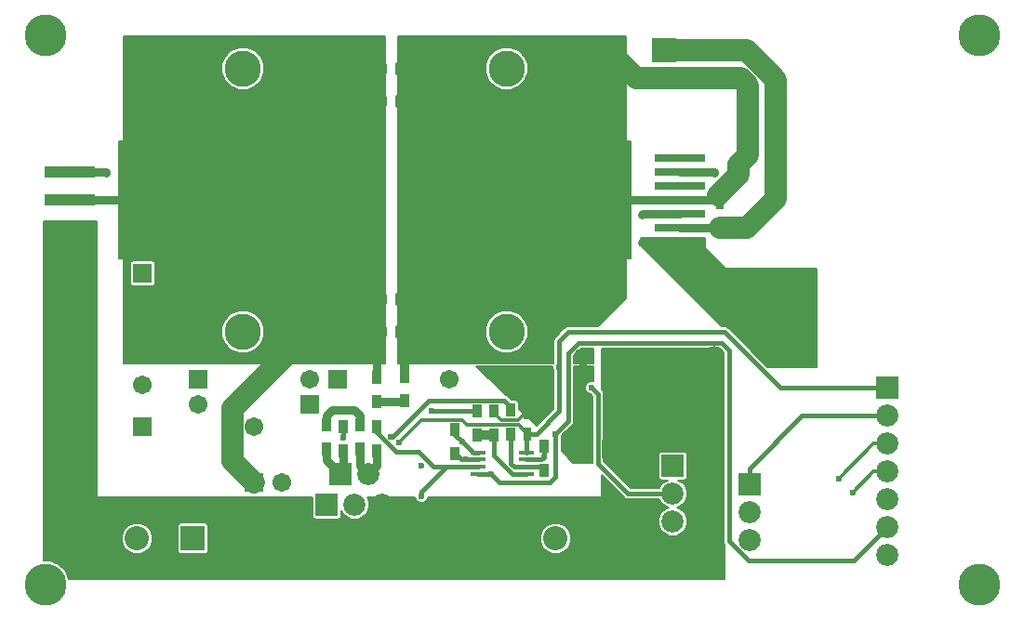
<source format=gbr>
G04 #@! TF.GenerationSoftware,KiCad,Pcbnew,(5.0.0)*
G04 #@! TF.CreationDate,2018-10-21T14:19:47+08:00*
G04 #@! TF.ProjectId,PSU 4CH V1_PCBV2,505355203443482056315F5043425632,rev?*
G04 #@! TF.SameCoordinates,Original*
G04 #@! TF.FileFunction,Copper,L1,Top,Signal*
G04 #@! TF.FilePolarity,Positive*
%FSLAX46Y46*%
G04 Gerber Fmt 4.6, Leading zero omitted, Abs format (unit mm)*
G04 Created by KiCad (PCBNEW (5.0.0)) date 10/21/18 14:19:47*
%MOMM*%
%LPD*%
G01*
G04 APERTURE LIST*
G04 #@! TA.AperFunction,SMDPad,CuDef*
%ADD10R,0.750000X1.200000*%
G04 #@! TD*
G04 #@! TA.AperFunction,ComponentPad*
%ADD11C,1.716000*%
G04 #@! TD*
G04 #@! TA.AperFunction,ComponentPad*
%ADD12R,1.716000X1.716000*%
G04 #@! TD*
G04 #@! TA.AperFunction,ComponentPad*
%ADD13O,3.200000X3.200000*%
G04 #@! TD*
G04 #@! TA.AperFunction,ComponentPad*
%ADD14R,3.200000X3.200000*%
G04 #@! TD*
G04 #@! TA.AperFunction,ComponentPad*
%ADD15R,2.016000X2.016000*%
G04 #@! TD*
G04 #@! TA.AperFunction,ComponentPad*
%ADD16C,2.016000*%
G04 #@! TD*
G04 #@! TA.AperFunction,ComponentPad*
%ADD17C,2.216000*%
G04 #@! TD*
G04 #@! TA.AperFunction,ComponentPad*
%ADD18R,2.216000X2.216000*%
G04 #@! TD*
G04 #@! TA.AperFunction,ComponentPad*
%ADD19C,1.962000*%
G04 #@! TD*
G04 #@! TA.AperFunction,ComponentPad*
%ADD20R,1.962000X1.962000*%
G04 #@! TD*
G04 #@! TA.AperFunction,SMDPad,CuDef*
%ADD21R,0.900000X1.200000*%
G04 #@! TD*
G04 #@! TA.AperFunction,SMDPad,CuDef*
%ADD22R,1.450000X0.450000*%
G04 #@! TD*
G04 #@! TA.AperFunction,SMDPad,CuDef*
%ADD23R,4.550000X5.250000*%
G04 #@! TD*
G04 #@! TA.AperFunction,SMDPad,CuDef*
%ADD24R,9.400000X10.800000*%
G04 #@! TD*
G04 #@! TA.AperFunction,SMDPad,CuDef*
%ADD25R,4.600000X0.800000*%
G04 #@! TD*
G04 #@! TA.AperFunction,SMDPad,CuDef*
%ADD26R,4.600000X1.100000*%
G04 #@! TD*
G04 #@! TA.AperFunction,ComponentPad*
%ADD27C,3.800000*%
G04 #@! TD*
G04 #@! TA.AperFunction,ViaPad*
%ADD28C,3.300000*%
G04 #@! TD*
G04 #@! TA.AperFunction,ViaPad*
%ADD29C,2.300000*%
G04 #@! TD*
G04 #@! TA.AperFunction,ViaPad*
%ADD30C,0.600000*%
G04 #@! TD*
G04 #@! TA.AperFunction,Conductor*
%ADD31C,0.736600*%
G04 #@! TD*
G04 #@! TA.AperFunction,Conductor*
%ADD32C,0.863600*%
G04 #@! TD*
G04 #@! TA.AperFunction,Conductor*
%ADD33C,2.032000*%
G04 #@! TD*
G04 #@! TA.AperFunction,Conductor*
%ADD34C,0.304800*%
G04 #@! TD*
G04 #@! TA.AperFunction,Conductor*
%ADD35C,0.431800*%
G04 #@! TD*
G04 #@! TA.AperFunction,Conductor*
%ADD36C,0.200000*%
G04 #@! TD*
G04 APERTURE END LIST*
D10*
G04 #@! TO.P,C2,2*
G04 #@! TO.N,GND*
X153924000Y-119380000D03*
G04 #@! TO.P,C2,1*
G04 #@! TO.N,+5V*
X153924000Y-121280000D03*
G04 #@! TD*
G04 #@! TO.P,C8,2*
G04 #@! TO.N,GND*
X171450000Y-100269000D03*
G04 #@! TO.P,C8,1*
G04 #@! TO.N,/Input-V+*
X171450000Y-102169000D03*
G04 #@! TD*
D11*
G04 #@! TO.P,C9,2*
G04 #@! TO.N,GND*
X173990000Y-95885000D03*
D12*
G04 #@! TO.P,C9,1*
G04 #@! TO.N,/Input-V+*
X176530000Y-95885000D03*
G04 #@! TD*
G04 #@! TO.P,C10,1*
G04 #@! TO.N,/Input-V+*
X173355000Y-86360000D03*
D11*
G04 #@! TO.P,C10,2*
G04 #@! TO.N,GND*
X173355000Y-88900000D03*
G04 #@! TD*
G04 #@! TO.P,C12,2*
G04 #@! TO.N,GND*
X159004000Y-114300000D03*
D12*
G04 #@! TO.P,C12,1*
G04 #@! TO.N,/Output-Buck*
X161544000Y-114300000D03*
G04 #@! TD*
G04 #@! TO.P,C13,1*
G04 #@! TO.N,/Output-Buck*
X161544000Y-122682000D03*
D11*
G04 #@! TO.P,C13,2*
G04 #@! TO.N,GND*
X159004000Y-122682000D03*
G04 #@! TD*
G04 #@! TO.P,C15,2*
G04 #@! TO.N,GND*
X131572000Y-125730000D03*
D12*
G04 #@! TO.P,C15,1*
G04 #@! TO.N,/Output-Linear*
X129032000Y-125730000D03*
G04 #@! TD*
D11*
G04 #@! TO.P,D1,2*
G04 #@! TO.N,Net-(D1-Pad2)*
X146812000Y-116332000D03*
D12*
G04 #@! TO.P,D1,1*
G04 #@! TO.N,Net-(D1-Pad1)*
X136652520Y-116334540D03*
G04 #@! TD*
G04 #@! TO.P,D2,1*
G04 #@! TO.N,Net-(D2-Pad1)*
X123952520Y-116329460D03*
D11*
G04 #@! TO.P,D2,2*
G04 #@! TO.N,Net-(D1-Pad1)*
X134112000Y-116332000D03*
G04 #@! TD*
G04 #@! TO.P,D3,2*
G04 #@! TO.N,Net-(D2-Pad1)*
X123952000Y-118618000D03*
D12*
G04 #@! TO.P,D3,1*
G04 #@! TO.N,Net-(D3-Pad1)*
X134111480Y-118620540D03*
G04 #@! TD*
D11*
G04 #@! TO.P,D4,2*
G04 #@! TO.N,Net-(D3-Pad1)*
X129032000Y-120650000D03*
D12*
G04 #@! TO.P,D4,1*
G04 #@! TO.N,Net-(D4-Pad1)*
X118872520Y-120647460D03*
G04 #@! TD*
G04 #@! TO.P,D5,1*
G04 #@! TO.N,Net-(D5-Pad1)*
X118869460Y-106680520D03*
D11*
G04 #@! TO.P,D5,2*
G04 #@! TO.N,Net-(D4-Pad1)*
X118872000Y-116840000D03*
G04 #@! TD*
D13*
G04 #@! TO.P,D6,2*
G04 #@! TO.N,GND*
X158562000Y-107950000D03*
D14*
G04 #@! TO.P,D6,1*
G04 #@! TO.N,Net-(C11-Pad1)*
X178562000Y-107950000D03*
G04 #@! TD*
D15*
G04 #@! TO.P,DAC1,1*
G04 #@! TO.N,+3V3*
X167132000Y-124206000D03*
D16*
G04 #@! TO.P,DAC1,2*
G04 #@! TO.N,/DAC_BUCK*
X167132000Y-126746000D03*
G04 #@! TO.P,DAC1,3*
G04 #@! TO.N,GND*
X167132000Y-129286000D03*
G04 #@! TD*
G04 #@! TO.P,DAC2,3*
G04 #@! TO.N,GND*
X174117000Y-130937000D03*
G04 #@! TO.P,DAC2,2*
G04 #@! TO.N,/DAC_LINEAR*
X174117000Y-128397000D03*
D15*
G04 #@! TO.P,DAC2,1*
G04 #@! TO.N,+3V3*
X174117000Y-125857000D03*
G04 #@! TD*
D16*
G04 #@! TO.P,J1,7*
G04 #@! TO.N,-2V8*
X186690000Y-132334000D03*
G04 #@! TO.P,J1,6*
G04 #@! TO.N,-0V5*
X186690000Y-129794000D03*
G04 #@! TO.P,J1,5*
G04 #@! TO.N,GND*
X186690000Y-127254000D03*
G04 #@! TO.P,J1,4*
G04 #@! TO.N,/I-ADC*
X186690000Y-124714000D03*
G04 #@! TO.P,J1,3*
G04 #@! TO.N,/V-ADC*
X186690000Y-122174000D03*
G04 #@! TO.P,J1,2*
G04 #@! TO.N,+3V3*
X186690000Y-119634000D03*
D15*
G04 #@! TO.P,J1,1*
G04 #@! TO.N,+5V*
X186690000Y-117094000D03*
G04 #@! TD*
D17*
G04 #@! TO.P,J2,2*
G04 #@! TO.N,/Output-GND*
X118364000Y-130810000D03*
D18*
G04 #@! TO.P,J2,1*
G04 #@! TO.N,/Output-Linear*
X123444000Y-130810000D03*
G04 #@! TD*
D16*
G04 #@! TO.P,J3,2*
G04 #@! TO.N,/Vfb-*
X139446000Y-124968000D03*
D15*
G04 #@! TO.P,J3,1*
G04 #@! TO.N,/Vfb+*
X136906000Y-124968000D03*
G04 #@! TD*
D18*
G04 #@! TO.P,J4,1*
G04 #@! TO.N,/Output-Buck*
X161544000Y-130810000D03*
D17*
G04 #@! TO.P,J4,2*
G04 #@! TO.N,/Output-GND*
X156464000Y-130810000D03*
G04 #@! TD*
D16*
G04 #@! TO.P,J5,3*
G04 #@! TO.N,/Output-Buck*
X140716000Y-127762000D03*
G04 #@! TO.P,J5,2*
G04 #@! TO.N,Net-(J5-Pad2)*
X138176000Y-127762000D03*
D15*
G04 #@! TO.P,J5,1*
G04 #@! TO.N,/Output-Linear*
X135636000Y-127762000D03*
G04 #@! TD*
D17*
G04 #@! TO.P,J6,2*
G04 #@! TO.N,GND*
X161290000Y-86360000D03*
D18*
G04 #@! TO.P,J6,1*
G04 #@! TO.N,/Input-V+*
X166370000Y-86360000D03*
G04 #@! TD*
D19*
G04 #@! TO.P,L1,2*
G04 #@! TO.N,/Output-Buck*
X170942000Y-114300000D03*
D20*
G04 #@! TO.P,L1,1*
G04 #@! TO.N,Net-(C11-Pad1)*
X178562000Y-114300000D03*
G04 #@! TD*
D21*
G04 #@! TO.P,R4,1*
G04 #@! TO.N,Net-(J5-Pad2)*
X137160000Y-120650000D03*
G04 #@! TO.P,R4,2*
G04 #@! TO.N,/Vfb+*
X137160000Y-122850000D03*
G04 #@! TD*
G04 #@! TO.P,R5,1*
G04 #@! TO.N,/Vfb+*
X135636000Y-122682000D03*
G04 #@! TO.P,R5,2*
G04 #@! TO.N,Net-(R5-Pad2)*
X135636000Y-120482000D03*
G04 #@! TD*
G04 #@! TO.P,R6,1*
G04 #@! TO.N,Net-(R5-Pad2)*
X138684000Y-120482000D03*
G04 #@! TO.P,R6,2*
G04 #@! TO.N,/Vfb-*
X138684000Y-122682000D03*
G04 #@! TD*
G04 #@! TO.P,R7,2*
G04 #@! TO.N,/Output-GND*
X140208000Y-120650000D03*
G04 #@! TO.P,R7,1*
G04 #@! TO.N,/Vfb-*
X140208000Y-122850000D03*
G04 #@! TD*
G04 #@! TO.P,R8,1*
G04 #@! TO.N,Net-(R8-Pad1)*
X149352000Y-121412000D03*
G04 #@! TO.P,R8,2*
G04 #@! TO.N,Net-(R8-Pad2)*
X149352000Y-119212000D03*
G04 #@! TD*
G04 #@! TO.P,R9,2*
G04 #@! TO.N,GND*
X150876000Y-119212000D03*
G04 #@! TO.P,R9,1*
G04 #@! TO.N,Net-(R8-Pad1)*
X150876000Y-121412000D03*
G04 #@! TD*
G04 #@! TO.P,R10,2*
G04 #@! TO.N,Net-(R10-Pad2)*
X152400000Y-119126000D03*
G04 #@! TO.P,R10,1*
G04 #@! TO.N,Net-(R10-Pad1)*
X152400000Y-121326000D03*
G04 #@! TD*
G04 #@! TO.P,R11,2*
G04 #@! TO.N,Net-(R10-Pad1)*
X155384500Y-124607500D03*
G04 #@! TO.P,R11,1*
G04 #@! TO.N,/V-ADC*
X155384500Y-122407500D03*
G04 #@! TD*
G04 #@! TO.P,R14,2*
G04 #@! TO.N,Net-(R14-Pad2)*
X147320000Y-123104000D03*
G04 #@! TO.P,R14,1*
G04 #@! TO.N,/I-ADC*
X147320000Y-120904000D03*
G04 #@! TD*
G04 #@! TO.P,R16,2*
G04 #@! TO.N,Net-(R16-Pad2)*
X140208000Y-118364000D03*
G04 #@! TO.P,R16,1*
G04 #@! TO.N,/Output-Linear*
X140208000Y-116164000D03*
G04 #@! TD*
G04 #@! TO.P,R17,1*
G04 #@! TO.N,Net-(R16-Pad2)*
X142748000Y-118278000D03*
G04 #@! TO.P,R17,2*
G04 #@! TO.N,GND*
X142748000Y-116078000D03*
G04 #@! TD*
D22*
G04 #@! TO.P,U2,8*
G04 #@! TO.N,+5V*
X153838000Y-122977000D03*
G04 #@! TO.P,U2,7*
G04 #@! TO.N,/V-ADC*
X153838000Y-123627000D03*
G04 #@! TO.P,U2,6*
G04 #@! TO.N,Net-(R10-Pad1)*
X153838000Y-124277000D03*
G04 #@! TO.P,U2,5*
G04 #@! TO.N,Net-(R8-Pad1)*
X153838000Y-124927000D03*
G04 #@! TO.P,U2,4*
G04 #@! TO.N,-0V5*
X149438000Y-124927000D03*
G04 #@! TO.P,U2,3*
G04 #@! TO.N,/Output-GND*
X149438000Y-124277000D03*
G04 #@! TO.P,U2,2*
G04 #@! TO.N,Net-(R14-Pad2)*
X149438000Y-123627000D03*
G04 #@! TO.P,U2,1*
G04 #@! TO.N,/I-ADC*
X149438000Y-122977000D03*
G04 #@! TD*
D23*
G04 #@! TO.P,U4,4*
G04 #@! TO.N,GND*
X161050000Y-97225000D03*
X156200000Y-102775000D03*
X161050000Y-102775000D03*
X156200000Y-97225000D03*
D24*
X158625000Y-100000000D03*
D25*
G04 #@! TO.P,U4,7*
G04 #@! TO.N,Net-(U4-Pad7)*
X167775000Y-96190000D03*
G04 #@! TO.P,U4,6*
G04 #@! TO.N,/Vfb-Buck*
X167775000Y-97460000D03*
G04 #@! TO.P,U4,5*
G04 #@! TO.N,N/C*
X167775000Y-98730000D03*
G04 #@! TO.P,U4,4*
G04 #@! TO.N,GND*
X167775000Y-100000000D03*
G04 #@! TO.P,U4,3*
G04 #@! TO.N,Net-(C11-Pad2)*
X167775000Y-101270000D03*
G04 #@! TO.P,U4,2*
G04 #@! TO.N,/Input-V+*
X167775000Y-102540000D03*
G04 #@! TO.P,U4,1*
G04 #@! TO.N,Net-(C11-Pad1)*
X167775000Y-103810000D03*
G04 #@! TD*
D23*
G04 #@! TO.P,U5,2*
G04 #@! TO.N,/Output-Linear*
X118950000Y-102775000D03*
X123800000Y-97225000D03*
X118950000Y-97225000D03*
X123800000Y-102775000D03*
D24*
X121375000Y-100000000D03*
D26*
G04 #@! TO.P,U5,3*
G04 #@! TO.N,/Output-Buck*
X112225000Y-102540000D03*
G04 #@! TO.P,U5,2*
G04 #@! TO.N,/Output-Linear*
X112225000Y-100000000D03*
G04 #@! TO.P,U5,1*
G04 #@! TO.N,/Vfb-Linear*
X112225000Y-97460000D03*
G04 #@! TD*
D27*
G04 #@! TO.P,REF\002A\002A,1*
G04 #@! TO.N,N/C*
X110000000Y-135000000D03*
G04 #@! TD*
G04 #@! TO.P,REF\002A\002A,1*
G04 #@! TO.N,N/C*
X195000000Y-135000000D03*
G04 #@! TD*
G04 #@! TO.P,REF\002A\002A,1*
G04 #@! TO.N,N/C*
X195000000Y-85000000D03*
G04 #@! TD*
G04 #@! TO.P,REF\002A\002A,1*
G04 #@! TO.N,N/C*
X110000000Y-85000000D03*
G04 #@! TD*
D28*
G04 #@! TO.N,*
X152000000Y-88000000D03*
X152000000Y-112000000D03*
X128000000Y-112000000D03*
X128000000Y-88000000D03*
D29*
G04 #@! TO.N,GND*
X143000000Y-112000000D03*
X146000000Y-112000000D03*
X149000000Y-109000000D03*
X146000000Y-109000000D03*
X146000000Y-106000000D03*
X149000000Y-106000000D03*
X152000000Y-106000000D03*
X152000000Y-103000000D03*
X152000000Y-100000000D03*
X149000000Y-100000000D03*
X149000000Y-103000000D03*
X149000000Y-97000000D03*
X152000000Y-97000000D03*
X152000000Y-94000000D03*
X149000000Y-94000000D03*
X149000000Y-91000000D03*
X146000000Y-91000000D03*
X146000000Y-88000000D03*
X143000000Y-88000000D03*
X143000000Y-91000000D03*
X143000000Y-109000000D03*
X146000000Y-94000000D03*
D30*
X144272000Y-124206000D03*
X154813000Y-119761000D03*
G04 #@! TO.N,+5V*
X156804000Y-115189000D03*
X142240000Y-122047000D03*
G04 #@! TO.N,-0V5*
X150622000Y-124968000D03*
X156464000Y-121285000D03*
G04 #@! TO.N,Net-(C11-Pad2)*
X164338000Y-101346000D03*
G04 #@! TO.N,Net-(C11-Pad1)*
X164338000Y-103886000D03*
D29*
G04 #@! TO.N,/Output-Linear*
X140000000Y-88000000D03*
X137000000Y-112000000D03*
X140000000Y-112000000D03*
X140000000Y-91000000D03*
X137000000Y-91000000D03*
X134000000Y-91000000D03*
X134000000Y-88000000D03*
X137000000Y-88000000D03*
X131000000Y-91000000D03*
X128000000Y-94000000D03*
X131000000Y-94000000D03*
X134000000Y-94000000D03*
X131000000Y-97000000D03*
X128000000Y-97000000D03*
X128000000Y-100000000D03*
X128000000Y-103000000D03*
X128000000Y-106000000D03*
X131000000Y-106000000D03*
X131000000Y-103000000D03*
X131000000Y-100000000D03*
X131000000Y-109000000D03*
X134000000Y-112000000D03*
X134000000Y-109000000D03*
X134000000Y-106000000D03*
X137000000Y-109000000D03*
X140000000Y-109000000D03*
D30*
X115570000Y-100000000D03*
G04 #@! TO.N,/DAC_BUCK*
X159766000Y-117094000D03*
G04 #@! TO.N,/I-ADC*
X147955000Y-121994000D03*
X183515000Y-126619000D03*
G04 #@! TO.N,/V-ADC*
X155384500Y-123439300D03*
X182245000Y-125349000D03*
G04 #@! TO.N,Net-(J5-Pad2)*
X137160000Y-121666000D03*
G04 #@! TO.N,/Vfb-Linear*
X115570000Y-97536000D03*
G04 #@! TO.N,Net-(R5-Pad2)*
X138176000Y-119126000D03*
G04 #@! TO.N,Net-(R8-Pad2)*
X145202000Y-119212000D03*
G04 #@! TO.N,Net-(R10-Pad2)*
X141478000Y-121539000D03*
G04 #@! TO.N,Net-(R14-Pad2)*
X148259800Y-123621800D03*
G04 #@! TO.N,Net-(R16-Pad2)*
X141478000Y-118364000D03*
G04 #@! TO.N,/Vfb-Buck*
X170942000Y-97536000D03*
G04 #@! TO.N,/Output-GND*
X144272000Y-126974600D03*
G04 #@! TD*
D31*
G04 #@! TO.N,GND*
X164738400Y-100000000D02*
X158625000Y-100000000D01*
X167775000Y-100000000D02*
X164738400Y-100000000D01*
D32*
X142748000Y-112252000D02*
X143000000Y-112000000D01*
X142748000Y-116078000D02*
X142748000Y-112252000D01*
D33*
X173990000Y-89535000D02*
X173355000Y-88900000D01*
X173990000Y-95885000D02*
X173990000Y-89535000D01*
X163830000Y-88900000D02*
X161290000Y-86360000D01*
X173355000Y-88900000D02*
X163830000Y-88900000D01*
D31*
X167775000Y-100000000D02*
X171218001Y-99955599D01*
X171218001Y-99955599D02*
X170800000Y-100000000D01*
D33*
X173132001Y-97667999D02*
X171218001Y-99581999D01*
X173132001Y-96742999D02*
X173132001Y-97667999D01*
X173990000Y-95885000D02*
X173132001Y-96742999D01*
D34*
X151519401Y-120005401D02*
X153073521Y-120005401D01*
X150876000Y-119212000D02*
X150876000Y-119362000D01*
X150876000Y-119362000D02*
X151519401Y-120005401D01*
X153698922Y-119380000D02*
X153924000Y-119380000D01*
X153073521Y-120005401D02*
X153698922Y-119380000D01*
X153924000Y-119380000D02*
X154432000Y-119380000D01*
X154432000Y-119380000D02*
X154813000Y-119761000D01*
D35*
G04 #@! TO.N,+5V*
X153838000Y-121366000D02*
X153924000Y-121280000D01*
X153838000Y-122977000D02*
X153838000Y-121366000D01*
X154730800Y-121280000D02*
X153924000Y-121280000D01*
X156804000Y-119206800D02*
X154730800Y-121280000D01*
X156804000Y-115189000D02*
X156804000Y-119206800D01*
X176911000Y-117094000D02*
X186690000Y-117094000D01*
X171831000Y-112014000D02*
X176911000Y-117094000D01*
X157607000Y-112014000D02*
X171831000Y-112014000D01*
X156804000Y-115189000D02*
X156804000Y-112817000D01*
X156804000Y-112817000D02*
X157607000Y-112014000D01*
D34*
X144262401Y-120024599D02*
X142240000Y-122047000D01*
X147993521Y-120024599D02*
X144262401Y-120024599D01*
X148415521Y-120446599D02*
X147993521Y-120024599D01*
X153090599Y-120446599D02*
X148415521Y-120446599D01*
X153924000Y-121280000D02*
X153090599Y-120446599D01*
D35*
G04 #@! TO.N,-0V5*
X149438000Y-124927000D02*
X150581000Y-124927000D01*
X150581000Y-124927000D02*
X150622000Y-124968000D01*
X150921999Y-125267999D02*
X150622000Y-124968000D01*
X151384000Y-125730000D02*
X150921999Y-125267999D01*
X155929222Y-125730000D02*
X151384000Y-125730000D01*
X156464000Y-121285000D02*
X156464000Y-125195222D01*
X156464000Y-125195222D02*
X155929222Y-125730000D01*
D34*
X186690000Y-129794000D02*
X184259599Y-132224401D01*
D35*
X186690000Y-129794000D02*
X183642000Y-132842000D01*
X183642000Y-132842000D02*
X174022666Y-132842000D01*
X172265901Y-130977433D02*
X172265901Y-113919000D01*
X172265901Y-115369901D02*
X172265901Y-113919000D01*
X172265901Y-113919000D02*
X172265901Y-113664527D01*
X157607000Y-120142000D02*
X156464000Y-121285000D01*
X172265901Y-113664527D02*
X171577473Y-112976099D01*
X171577473Y-112976099D02*
X158550567Y-112976099D01*
X158550567Y-112976099D02*
X157607000Y-113919666D01*
X157607000Y-113919666D02*
X157607000Y-120142000D01*
X172265901Y-131085235D02*
X174022666Y-132842000D01*
X172265901Y-130683000D02*
X172265901Y-131085235D01*
X172265901Y-130683000D02*
X172265901Y-113664527D01*
X172265901Y-130977433D02*
X172265901Y-130683000D01*
D33*
G04 #@! TO.N,/Input-V+*
X166370000Y-86360000D02*
X173355000Y-86360000D01*
X176530000Y-92995000D02*
X176530000Y-95885000D01*
X176530000Y-89021699D02*
X176530000Y-92995000D01*
X173868301Y-86360000D02*
X176530000Y-89021699D01*
X173355000Y-86360000D02*
X173868301Y-86360000D01*
D31*
X171440000Y-102540000D02*
X171450000Y-102550000D01*
X167775000Y-102540000D02*
X171440000Y-102540000D01*
D33*
X176530000Y-98775000D02*
X176530000Y-95885000D01*
X176530000Y-99877000D02*
X176530000Y-98775000D01*
X173857000Y-102550000D02*
X176530000Y-99877000D01*
X171450000Y-102550000D02*
X173857000Y-102550000D01*
D31*
G04 #@! TO.N,Net-(C11-Pad2)*
X164414000Y-101270000D02*
X164338000Y-101346000D01*
X167775000Y-101270000D02*
X164414000Y-101270000D01*
G04 #@! TO.N,Net-(C11-Pad1)*
X167775000Y-103810000D02*
X164414000Y-103810000D01*
X164414000Y-103810000D02*
X164338000Y-103886000D01*
G04 #@! TO.N,/Output-Linear*
X112225000Y-100000000D02*
X115570000Y-100000000D01*
X115570000Y-100000000D02*
X121375000Y-100000000D01*
X140208000Y-112208000D02*
X140000000Y-112000000D01*
X140208000Y-116164000D02*
X140208000Y-112208000D01*
D33*
X132850001Y-113149999D02*
X134000000Y-112000000D01*
X127030999Y-118969001D02*
X132850001Y-113149999D01*
X127030999Y-123728999D02*
X127030999Y-118969001D01*
X129032000Y-125730000D02*
X127030999Y-123728999D01*
D35*
G04 #@! TO.N,/DAC_BUCK*
X160343099Y-117671099D02*
X160343099Y-124021099D01*
X159766000Y-117094000D02*
X160343099Y-117671099D01*
X163068000Y-126746000D02*
X167132000Y-126746000D01*
X160343099Y-124021099D02*
X163068000Y-126746000D01*
G04 #@! TO.N,/I-ADC*
X149438000Y-122977000D02*
X149393000Y-122977000D01*
X147320000Y-121359000D02*
X147320000Y-120904000D01*
X149438000Y-122977000D02*
X148938000Y-122977000D01*
X147955000Y-121994000D02*
X147320000Y-121359000D01*
X148938000Y-122977000D02*
X147955000Y-121994000D01*
D34*
X185420000Y-124714000D02*
X186690000Y-124714000D01*
X183515000Y-126619000D02*
X185420000Y-124714000D01*
D35*
G04 #@! TO.N,/V-ADC*
X155384500Y-123439300D02*
X155384500Y-122407500D01*
X155196800Y-123627000D02*
X155384500Y-123439300D01*
X153838000Y-123627000D02*
X155196800Y-123627000D01*
D34*
X185420000Y-122174000D02*
X186690000Y-122174000D01*
X182245000Y-125349000D02*
X185420000Y-122174000D01*
D31*
G04 #@! TO.N,/Vfb-*
X138684000Y-124206000D02*
X139446000Y-124968000D01*
X138684000Y-122682000D02*
X138684000Y-124206000D01*
X140208000Y-124206000D02*
X139446000Y-124968000D01*
X140208000Y-122850000D02*
X140208000Y-124206000D01*
G04 #@! TO.N,/Vfb+*
X135636000Y-123698000D02*
X136906000Y-124968000D01*
X135636000Y-122682000D02*
X135636000Y-123698000D01*
X137160000Y-124714000D02*
X136906000Y-124968000D01*
X137160000Y-122850000D02*
X137160000Y-124714000D01*
D35*
G04 #@! TO.N,Net-(J5-Pad2)*
X137160000Y-120650000D02*
X137160000Y-121666000D01*
D31*
G04 #@! TO.N,/Vfb-Linear*
X115494000Y-97460000D02*
X115570000Y-97536000D01*
X112225000Y-97460000D02*
X115494000Y-97460000D01*
G04 #@! TO.N,Net-(R5-Pad2)*
X138684000Y-120482000D02*
X138684000Y-119634000D01*
X135636000Y-119634000D02*
X136144000Y-119126000D01*
X135636000Y-120482000D02*
X135636000Y-120332000D01*
X135636000Y-120332000D02*
X135636000Y-119634000D01*
X138176000Y-119126000D02*
X136144000Y-119126000D01*
X138684000Y-119634000D02*
X138176000Y-119126000D01*
D35*
G04 #@! TO.N,Net-(R8-Pad2)*
X149352000Y-119212000D02*
X145202000Y-119212000D01*
G04 #@! TO.N,Net-(R8-Pad1)*
X152681200Y-124927000D02*
X153838000Y-124927000D01*
X152540924Y-124927000D02*
X152681200Y-124927000D01*
X150876000Y-122443800D02*
X150876000Y-123262076D01*
X150876000Y-121412000D02*
X150876000Y-122443800D01*
X150876000Y-123262076D02*
X152540924Y-124927000D01*
D32*
X149352000Y-121412000D02*
X150876000Y-121412000D01*
D35*
G04 #@! TO.N,Net-(R10-Pad1)*
X155054000Y-124277000D02*
X155384500Y-124607500D01*
X153838000Y-124277000D02*
X155054000Y-124277000D01*
X152681200Y-124277000D02*
X153838000Y-124277000D01*
X152400000Y-123995800D02*
X152681200Y-124277000D01*
X152400000Y-121326000D02*
X152400000Y-123995800D01*
G04 #@! TO.N,Net-(R10-Pad2)*
X152400000Y-119126000D02*
X152400000Y-118976000D01*
X152400000Y-118976000D02*
X152400000Y-118872000D01*
X152400000Y-118872000D02*
X151797099Y-118269099D01*
X144874901Y-118269099D02*
X141605000Y-121539000D01*
X145288000Y-118269099D02*
X144874901Y-118269099D01*
X151797099Y-118269099D02*
X145288000Y-118269099D01*
G04 #@! TO.N,Net-(R14-Pad2)*
X147843000Y-123627000D02*
X147320000Y-123104000D01*
X148336000Y-123627000D02*
X147843000Y-123627000D01*
X149438000Y-123627000D02*
X148336000Y-123627000D01*
D31*
G04 #@! TO.N,Net-(R16-Pad2)*
X142662000Y-118364000D02*
X142748000Y-118278000D01*
X141478000Y-118364000D02*
X142662000Y-118364000D01*
X140208000Y-118364000D02*
X141478000Y-118364000D01*
G04 #@! TO.N,/Vfb-Buck*
X170866000Y-97460000D02*
X170942000Y-97536000D01*
X167775000Y-97460000D02*
X170866000Y-97460000D01*
D35*
G04 #@! TO.N,/Output-GND*
X149438000Y-124277000D02*
X146537800Y-124277000D01*
X146537800Y-124277000D02*
X144272000Y-126542800D01*
X144272000Y-126542800D02*
X144272000Y-126974600D01*
X140208000Y-121182778D02*
X141961222Y-122936000D01*
X140208000Y-120650000D02*
X140208000Y-121182778D01*
X145294494Y-124277000D02*
X146537800Y-124277000D01*
X143953494Y-122936000D02*
X145294494Y-124277000D01*
X141961222Y-122936000D02*
X143953494Y-122936000D01*
G04 #@! TO.N,+3V3*
X174117000Y-124417200D02*
X178900200Y-119634000D01*
X174117000Y-125857000D02*
X174117000Y-124417200D01*
X178900200Y-119634000D02*
X186690000Y-119634000D01*
G04 #@! TD*
D36*
G04 #@! TO.N,Net-(C11-Pad1)*
G36*
X170080000Y-104394000D02*
X170087612Y-104432268D01*
X170109289Y-104464711D01*
X171887289Y-106242711D01*
X171919732Y-106264388D01*
X171958000Y-106272000D01*
X180240000Y-106272000D01*
X180240000Y-115216000D01*
X175762593Y-115216000D01*
X172231726Y-111685134D01*
X172202943Y-111642057D01*
X172032294Y-111528033D01*
X171881811Y-111498100D01*
X171881806Y-111498100D01*
X171831000Y-111487994D01*
X171780194Y-111498100D01*
X171583522Y-111498100D01*
X164184000Y-104098578D01*
X164184000Y-103478000D01*
X170080000Y-103478000D01*
X170080000Y-104394000D01*
X170080000Y-104394000D01*
G37*
X170080000Y-104394000D02*
X170087612Y-104432268D01*
X170109289Y-104464711D01*
X171887289Y-106242711D01*
X171919732Y-106264388D01*
X171958000Y-106272000D01*
X180240000Y-106272000D01*
X180240000Y-115216000D01*
X175762593Y-115216000D01*
X172231726Y-111685134D01*
X172202943Y-111642057D01*
X172032294Y-111528033D01*
X171881811Y-111498100D01*
X171881806Y-111498100D01*
X171831000Y-111487994D01*
X171780194Y-111498100D01*
X171583522Y-111498100D01*
X164184000Y-104098578D01*
X164184000Y-103478000D01*
X170080000Y-103478000D01*
X170080000Y-104394000D01*
G04 #@! TO.N,/Output-Buck*
G36*
X171750001Y-113878220D02*
X171750001Y-113969810D01*
X171750002Y-113969815D01*
X171750001Y-115420711D01*
X171750002Y-115420716D01*
X171750001Y-130632189D01*
X171750001Y-131034429D01*
X171739895Y-131085235D01*
X171750001Y-131136041D01*
X171750001Y-131136046D01*
X171779935Y-131286529D01*
X171858000Y-131403362D01*
X171858000Y-131980000D01*
X160628000Y-131980000D01*
X160628000Y-125035592D01*
X162667276Y-127074869D01*
X162696057Y-127117943D01*
X162866706Y-127231967D01*
X163017189Y-127261900D01*
X163017194Y-127261900D01*
X163068000Y-127272006D01*
X163118806Y-127261900D01*
X165929924Y-127261900D01*
X166023131Y-127486922D01*
X166391078Y-127854869D01*
X166780083Y-128016000D01*
X166391078Y-128177131D01*
X166023131Y-128545078D01*
X165824000Y-129025823D01*
X165824000Y-129546177D01*
X166023131Y-130026922D01*
X166391078Y-130394869D01*
X166871823Y-130594000D01*
X167392177Y-130594000D01*
X167872922Y-130394869D01*
X168240869Y-130026922D01*
X168440000Y-129546177D01*
X168440000Y-129025823D01*
X168240869Y-128545078D01*
X167872922Y-128177131D01*
X167483917Y-128016000D01*
X167872922Y-127854869D01*
X168240869Y-127486922D01*
X168440000Y-127006177D01*
X168440000Y-126485823D01*
X168240869Y-126005078D01*
X167872922Y-125637131D01*
X167589846Y-125519877D01*
X168140000Y-125519877D01*
X168257054Y-125496593D01*
X168356288Y-125430288D01*
X168422593Y-125331054D01*
X168445877Y-125214000D01*
X168445877Y-123198000D01*
X168422593Y-123080946D01*
X168356288Y-122981712D01*
X168257054Y-122915407D01*
X168140000Y-122892123D01*
X166124000Y-122892123D01*
X166006946Y-122915407D01*
X165907712Y-122981712D01*
X165841407Y-123080946D01*
X165818123Y-123198000D01*
X165818123Y-125214000D01*
X165841407Y-125331054D01*
X165907712Y-125430288D01*
X166006946Y-125496593D01*
X166124000Y-125519877D01*
X166674154Y-125519877D01*
X166391078Y-125637131D01*
X166023131Y-126005078D01*
X165929924Y-126230100D01*
X163281693Y-126230100D01*
X160858999Y-123807407D01*
X160858999Y-117721904D01*
X160869105Y-117671098D01*
X160858999Y-117620292D01*
X160858999Y-117620288D01*
X160829066Y-117469805D01*
X160715042Y-117299156D01*
X160671968Y-117270375D01*
X160628000Y-117226407D01*
X160628000Y-113491999D01*
X171363781Y-113491999D01*
X171750001Y-113878220D01*
X171750001Y-113878220D01*
G37*
X171750001Y-113878220D02*
X171750001Y-113969810D01*
X171750002Y-113969815D01*
X171750001Y-115420711D01*
X171750002Y-115420716D01*
X171750001Y-130632189D01*
X171750001Y-131034429D01*
X171739895Y-131085235D01*
X171750001Y-131136041D01*
X171750001Y-131136046D01*
X171779935Y-131286529D01*
X171858000Y-131403362D01*
X171858000Y-131980000D01*
X160628000Y-131980000D01*
X160628000Y-125035592D01*
X162667276Y-127074869D01*
X162696057Y-127117943D01*
X162866706Y-127231967D01*
X163017189Y-127261900D01*
X163017194Y-127261900D01*
X163068000Y-127272006D01*
X163118806Y-127261900D01*
X165929924Y-127261900D01*
X166023131Y-127486922D01*
X166391078Y-127854869D01*
X166780083Y-128016000D01*
X166391078Y-128177131D01*
X166023131Y-128545078D01*
X165824000Y-129025823D01*
X165824000Y-129546177D01*
X166023131Y-130026922D01*
X166391078Y-130394869D01*
X166871823Y-130594000D01*
X167392177Y-130594000D01*
X167872922Y-130394869D01*
X168240869Y-130026922D01*
X168440000Y-129546177D01*
X168440000Y-129025823D01*
X168240869Y-128545078D01*
X167872922Y-128177131D01*
X167483917Y-128016000D01*
X167872922Y-127854869D01*
X168240869Y-127486922D01*
X168440000Y-127006177D01*
X168440000Y-126485823D01*
X168240869Y-126005078D01*
X167872922Y-125637131D01*
X167589846Y-125519877D01*
X168140000Y-125519877D01*
X168257054Y-125496593D01*
X168356288Y-125430288D01*
X168422593Y-125331054D01*
X168445877Y-125214000D01*
X168445877Y-123198000D01*
X168422593Y-123080946D01*
X168356288Y-122981712D01*
X168257054Y-122915407D01*
X168140000Y-122892123D01*
X166124000Y-122892123D01*
X166006946Y-122915407D01*
X165907712Y-122981712D01*
X165841407Y-123080946D01*
X165818123Y-123198000D01*
X165818123Y-125214000D01*
X165841407Y-125331054D01*
X165907712Y-125430288D01*
X166006946Y-125496593D01*
X166124000Y-125519877D01*
X166674154Y-125519877D01*
X166391078Y-125637131D01*
X166023131Y-126005078D01*
X165929924Y-126230100D01*
X163281693Y-126230100D01*
X160858999Y-123807407D01*
X160858999Y-117721904D01*
X160869105Y-117671098D01*
X160858999Y-117620292D01*
X160858999Y-117620288D01*
X160829066Y-117469805D01*
X160715042Y-117299156D01*
X160671968Y-117270375D01*
X160628000Y-117226407D01*
X160628000Y-113491999D01*
X171363781Y-113491999D01*
X171750001Y-113878220D01*
G04 #@! TO.N,/Output-Linear*
G36*
X140900000Y-114900000D02*
X117100000Y-114900000D01*
X117100000Y-111612121D01*
X126050000Y-111612121D01*
X126050000Y-112387879D01*
X126346870Y-113104586D01*
X126895414Y-113653130D01*
X127612121Y-113950000D01*
X128387879Y-113950000D01*
X129104586Y-113653130D01*
X129653130Y-113104586D01*
X129950000Y-112387879D01*
X129950000Y-111612121D01*
X129653130Y-110895414D01*
X129104586Y-110346870D01*
X128387879Y-110050000D01*
X127612121Y-110050000D01*
X126895414Y-110346870D01*
X126346870Y-110895414D01*
X126050000Y-111612121D01*
X117100000Y-111612121D01*
X117100000Y-105822520D01*
X117705583Y-105822520D01*
X117705583Y-107538520D01*
X117728867Y-107655574D01*
X117795172Y-107754808D01*
X117894406Y-107821113D01*
X118011460Y-107844397D01*
X119727460Y-107844397D01*
X119844514Y-107821113D01*
X119943748Y-107754808D01*
X120010053Y-107655574D01*
X120033337Y-107538520D01*
X120033337Y-105822520D01*
X120010053Y-105705466D01*
X119943748Y-105606232D01*
X119844514Y-105539927D01*
X119727460Y-105516643D01*
X118011460Y-105516643D01*
X117894406Y-105539927D01*
X117795172Y-105606232D01*
X117728867Y-105705466D01*
X117705583Y-105822520D01*
X117100000Y-105822520D01*
X117100000Y-87612121D01*
X126050000Y-87612121D01*
X126050000Y-88387879D01*
X126346870Y-89104586D01*
X126895414Y-89653130D01*
X127612121Y-89950000D01*
X128387879Y-89950000D01*
X129104586Y-89653130D01*
X129653130Y-89104586D01*
X129950000Y-88387879D01*
X129950000Y-87612121D01*
X129653130Y-86895414D01*
X129104586Y-86346870D01*
X128387879Y-86050000D01*
X127612121Y-86050000D01*
X126895414Y-86346870D01*
X126346870Y-86895414D01*
X126050000Y-87612121D01*
X117100000Y-87612121D01*
X117100000Y-85100000D01*
X140900000Y-85100000D01*
X140900000Y-114900000D01*
X140900000Y-114900000D01*
G37*
X140900000Y-114900000D02*
X117100000Y-114900000D01*
X117100000Y-111612121D01*
X126050000Y-111612121D01*
X126050000Y-112387879D01*
X126346870Y-113104586D01*
X126895414Y-113653130D01*
X127612121Y-113950000D01*
X128387879Y-113950000D01*
X129104586Y-113653130D01*
X129653130Y-113104586D01*
X129950000Y-112387879D01*
X129950000Y-111612121D01*
X129653130Y-110895414D01*
X129104586Y-110346870D01*
X128387879Y-110050000D01*
X127612121Y-110050000D01*
X126895414Y-110346870D01*
X126346870Y-110895414D01*
X126050000Y-111612121D01*
X117100000Y-111612121D01*
X117100000Y-105822520D01*
X117705583Y-105822520D01*
X117705583Y-107538520D01*
X117728867Y-107655574D01*
X117795172Y-107754808D01*
X117894406Y-107821113D01*
X118011460Y-107844397D01*
X119727460Y-107844397D01*
X119844514Y-107821113D01*
X119943748Y-107754808D01*
X120010053Y-107655574D01*
X120033337Y-107538520D01*
X120033337Y-105822520D01*
X120010053Y-105705466D01*
X119943748Y-105606232D01*
X119844514Y-105539927D01*
X119727460Y-105516643D01*
X118011460Y-105516643D01*
X117894406Y-105539927D01*
X117795172Y-105606232D01*
X117728867Y-105705466D01*
X117705583Y-105822520D01*
X117100000Y-105822520D01*
X117100000Y-87612121D01*
X126050000Y-87612121D01*
X126050000Y-88387879D01*
X126346870Y-89104586D01*
X126895414Y-89653130D01*
X127612121Y-89950000D01*
X128387879Y-89950000D01*
X129104586Y-89653130D01*
X129653130Y-89104586D01*
X129950000Y-88387879D01*
X129950000Y-87612121D01*
X129653130Y-86895414D01*
X129104586Y-86346870D01*
X128387879Y-86050000D01*
X127612121Y-86050000D01*
X126895414Y-86346870D01*
X126346870Y-86895414D01*
X126050000Y-87612121D01*
X117100000Y-87612121D01*
X117100000Y-85100000D01*
X140900000Y-85100000D01*
X140900000Y-114900000D01*
G04 #@! TO.N,GND*
G36*
X162900000Y-108958578D02*
X160360478Y-111498100D01*
X157657805Y-111498100D01*
X157606999Y-111487994D01*
X157556193Y-111498100D01*
X157556189Y-111498100D01*
X157405706Y-111528033D01*
X157235057Y-111642057D01*
X157206274Y-111685134D01*
X156475132Y-112416276D01*
X156432058Y-112445057D01*
X156403277Y-112488131D01*
X156403275Y-112488133D01*
X156318034Y-112615706D01*
X156277994Y-112817000D01*
X156288101Y-112867811D01*
X156288100Y-114866615D01*
X156274272Y-114900000D01*
X142100000Y-114900000D01*
X142100000Y-111612121D01*
X150050000Y-111612121D01*
X150050000Y-112387879D01*
X150346870Y-113104586D01*
X150895414Y-113653130D01*
X151612121Y-113950000D01*
X152387879Y-113950000D01*
X153104586Y-113653130D01*
X153653130Y-113104586D01*
X153950000Y-112387879D01*
X153950000Y-111612121D01*
X153653130Y-110895414D01*
X153104586Y-110346870D01*
X152387879Y-110050000D01*
X151612121Y-110050000D01*
X150895414Y-110346870D01*
X150346870Y-110895414D01*
X150050000Y-111612121D01*
X142100000Y-111612121D01*
X142100000Y-87612121D01*
X150050000Y-87612121D01*
X150050000Y-88387879D01*
X150346870Y-89104586D01*
X150895414Y-89653130D01*
X151612121Y-89950000D01*
X152387879Y-89950000D01*
X153104586Y-89653130D01*
X153653130Y-89104586D01*
X153950000Y-88387879D01*
X153950000Y-87612121D01*
X153653130Y-86895414D01*
X153104586Y-86346870D01*
X152387879Y-86050000D01*
X151612121Y-86050000D01*
X150895414Y-86346870D01*
X150346870Y-86895414D01*
X150050000Y-87612121D01*
X142100000Y-87612121D01*
X142100000Y-85100000D01*
X162900000Y-85100000D01*
X162900000Y-108958578D01*
X162900000Y-108958578D01*
G37*
X162900000Y-108958578D02*
X160360478Y-111498100D01*
X157657805Y-111498100D01*
X157606999Y-111487994D01*
X157556193Y-111498100D01*
X157556189Y-111498100D01*
X157405706Y-111528033D01*
X157235057Y-111642057D01*
X157206274Y-111685134D01*
X156475132Y-112416276D01*
X156432058Y-112445057D01*
X156403277Y-112488131D01*
X156403275Y-112488133D01*
X156318034Y-112615706D01*
X156277994Y-112817000D01*
X156288101Y-112867811D01*
X156288100Y-114866615D01*
X156274272Y-114900000D01*
X142100000Y-114900000D01*
X142100000Y-111612121D01*
X150050000Y-111612121D01*
X150050000Y-112387879D01*
X150346870Y-113104586D01*
X150895414Y-113653130D01*
X151612121Y-113950000D01*
X152387879Y-113950000D01*
X153104586Y-113653130D01*
X153653130Y-113104586D01*
X153950000Y-112387879D01*
X153950000Y-111612121D01*
X153653130Y-110895414D01*
X153104586Y-110346870D01*
X152387879Y-110050000D01*
X151612121Y-110050000D01*
X150895414Y-110346870D01*
X150346870Y-110895414D01*
X150050000Y-111612121D01*
X142100000Y-111612121D01*
X142100000Y-87612121D01*
X150050000Y-87612121D01*
X150050000Y-88387879D01*
X150346870Y-89104586D01*
X150895414Y-89653130D01*
X151612121Y-89950000D01*
X152387879Y-89950000D01*
X153104586Y-89653130D01*
X153653130Y-89104586D01*
X153950000Y-88387879D01*
X153950000Y-87612121D01*
X153653130Y-86895414D01*
X153104586Y-86346870D01*
X152387879Y-86050000D01*
X151612121Y-86050000D01*
X150895414Y-86346870D01*
X150346870Y-86895414D01*
X150050000Y-87612121D01*
X142100000Y-87612121D01*
X142100000Y-85100000D01*
X162900000Y-85100000D01*
X162900000Y-108958578D01*
G36*
X159900000Y-114900000D02*
X158122900Y-114900000D01*
X158122900Y-114133358D01*
X158764260Y-113491999D01*
X159900000Y-113491999D01*
X159900000Y-114900000D01*
X159900000Y-114900000D01*
G37*
X159900000Y-114900000D02*
X158122900Y-114900000D01*
X158122900Y-114133358D01*
X158764260Y-113491999D01*
X159900000Y-113491999D01*
X159900000Y-114900000D01*
G36*
X159900000Y-116500069D02*
X159885347Y-116494000D01*
X159646653Y-116494000D01*
X159426127Y-116585344D01*
X159257344Y-116754127D01*
X159166000Y-116974653D01*
X159166000Y-117213347D01*
X159257344Y-117433873D01*
X159426127Y-117602656D01*
X159629163Y-117686756D01*
X159827199Y-117884792D01*
X159827200Y-123900000D01*
X158041422Y-123900000D01*
X156979900Y-122838478D01*
X156979900Y-121607384D01*
X157056756Y-121421837D01*
X157935868Y-120542724D01*
X157978943Y-120513943D01*
X158092967Y-120343294D01*
X158122900Y-120192811D01*
X158122900Y-120192807D01*
X158133006Y-120142001D01*
X158122900Y-120091195D01*
X158122900Y-115100000D01*
X159900000Y-115100000D01*
X159900000Y-116500069D01*
X159900000Y-116500069D01*
G37*
X159900000Y-116500069D02*
X159885347Y-116494000D01*
X159646653Y-116494000D01*
X159426127Y-116585344D01*
X159257344Y-116754127D01*
X159166000Y-116974653D01*
X159166000Y-117213347D01*
X159257344Y-117433873D01*
X159426127Y-117602656D01*
X159629163Y-117686756D01*
X159827199Y-117884792D01*
X159827200Y-123900000D01*
X158041422Y-123900000D01*
X156979900Y-122838478D01*
X156979900Y-121607384D01*
X157056756Y-121421837D01*
X157935868Y-120542724D01*
X157978943Y-120513943D01*
X158092967Y-120343294D01*
X158122900Y-120192811D01*
X158122900Y-120192807D01*
X158133006Y-120142001D01*
X158122900Y-120091195D01*
X158122900Y-115100000D01*
X159900000Y-115100000D01*
X159900000Y-116500069D01*
G36*
X156204000Y-115308347D02*
X156288100Y-115511384D01*
X156288101Y-118993106D01*
X154711315Y-120569893D01*
X153155877Y-119014455D01*
X153155877Y-118526000D01*
X153132593Y-118408946D01*
X153066288Y-118309712D01*
X152967054Y-118243407D01*
X152850000Y-118220123D01*
X152477716Y-118220123D01*
X152197825Y-117940233D01*
X152169042Y-117897156D01*
X151998393Y-117783132D01*
X151906220Y-117764798D01*
X149241422Y-115100000D01*
X156204000Y-115100000D01*
X156204000Y-115308347D01*
X156204000Y-115308347D01*
G37*
X156204000Y-115308347D02*
X156288100Y-115511384D01*
X156288101Y-118993106D01*
X154711315Y-120569893D01*
X153155877Y-119014455D01*
X153155877Y-118526000D01*
X153132593Y-118408946D01*
X153066288Y-118309712D01*
X152967054Y-118243407D01*
X152850000Y-118220123D01*
X152477716Y-118220123D01*
X152197825Y-117940233D01*
X152169042Y-117897156D01*
X151998393Y-117783132D01*
X151906220Y-117764798D01*
X149241422Y-115100000D01*
X156204000Y-115100000D01*
X156204000Y-115308347D01*
G04 #@! TO.N,/Output-Buck*
G36*
X114708000Y-127000000D02*
X114715612Y-127038268D01*
X114737289Y-127070711D01*
X114769732Y-127092388D01*
X114808000Y-127100000D01*
X134322123Y-127100000D01*
X134322123Y-128770000D01*
X134345407Y-128887054D01*
X134411712Y-128986288D01*
X134510946Y-129052593D01*
X134628000Y-129075877D01*
X136644000Y-129075877D01*
X136761054Y-129052593D01*
X136860288Y-128986288D01*
X136926593Y-128887054D01*
X136949877Y-128770000D01*
X136949877Y-128219846D01*
X137067131Y-128502922D01*
X137435078Y-128870869D01*
X137915823Y-129070000D01*
X138436177Y-129070000D01*
X138916922Y-128870869D01*
X139284869Y-128502922D01*
X139484000Y-128022177D01*
X139484000Y-127501823D01*
X139317560Y-127100000D01*
X143674507Y-127100000D01*
X143763344Y-127314473D01*
X143932127Y-127483256D01*
X144152653Y-127574600D01*
X144391347Y-127574600D01*
X144611873Y-127483256D01*
X144780656Y-127314473D01*
X144869493Y-127100000D01*
X160528000Y-127100000D01*
X160566268Y-127092388D01*
X160598711Y-127070711D01*
X160620388Y-127038268D01*
X160628000Y-127000000D01*
X160628000Y-125035592D01*
X162667276Y-127074869D01*
X162696057Y-127117943D01*
X162866706Y-127231967D01*
X163017189Y-127261900D01*
X163017194Y-127261900D01*
X163068000Y-127272006D01*
X163118806Y-127261900D01*
X165929924Y-127261900D01*
X166023131Y-127486922D01*
X166391078Y-127854869D01*
X166780083Y-128016000D01*
X166391078Y-128177131D01*
X166023131Y-128545078D01*
X165824000Y-129025823D01*
X165824000Y-129546177D01*
X166023131Y-130026922D01*
X166391078Y-130394869D01*
X166871823Y-130594000D01*
X167392177Y-130594000D01*
X167872922Y-130394869D01*
X168240869Y-130026922D01*
X168440000Y-129546177D01*
X168440000Y-129025823D01*
X168240869Y-128545078D01*
X167872922Y-128177131D01*
X167483917Y-128016000D01*
X167872922Y-127854869D01*
X168240869Y-127486922D01*
X168440000Y-127006177D01*
X168440000Y-126485823D01*
X168240869Y-126005078D01*
X167872922Y-125637131D01*
X167589846Y-125519877D01*
X168140000Y-125519877D01*
X168257054Y-125496593D01*
X168356288Y-125430288D01*
X168422593Y-125331054D01*
X168445877Y-125214000D01*
X168445877Y-123198000D01*
X168422593Y-123080946D01*
X168356288Y-122981712D01*
X168257054Y-122915407D01*
X168140000Y-122892123D01*
X166124000Y-122892123D01*
X166006946Y-122915407D01*
X165907712Y-122981712D01*
X165841407Y-123080946D01*
X165818123Y-123198000D01*
X165818123Y-125214000D01*
X165841407Y-125331054D01*
X165907712Y-125430288D01*
X166006946Y-125496593D01*
X166124000Y-125519877D01*
X166674154Y-125519877D01*
X166391078Y-125637131D01*
X166023131Y-126005078D01*
X165929924Y-126230100D01*
X163281693Y-126230100D01*
X160858999Y-123807407D01*
X160858999Y-117721904D01*
X160869105Y-117671098D01*
X160858999Y-117620292D01*
X160858999Y-117620288D01*
X160829066Y-117469805D01*
X160715042Y-117299156D01*
X160671968Y-117270375D01*
X160628000Y-117226407D01*
X160628000Y-113491999D01*
X171363781Y-113491999D01*
X171750001Y-113878220D01*
X171750001Y-113969810D01*
X171750002Y-113969815D01*
X171750001Y-115420711D01*
X171750002Y-115420715D01*
X171750002Y-122446123D01*
X171750001Y-130632189D01*
X171750001Y-131034429D01*
X171739895Y-131085235D01*
X171750001Y-131136041D01*
X171750001Y-131136046D01*
X171779935Y-131286529D01*
X171858000Y-131403362D01*
X171858000Y-134520000D01*
X112182440Y-134520000D01*
X111865070Y-133753800D01*
X111246200Y-133134930D01*
X110437607Y-132800000D01*
X109828000Y-132800000D01*
X109828000Y-130529931D01*
X116956000Y-130529931D01*
X116956000Y-131090069D01*
X117170356Y-131607568D01*
X117566432Y-132003644D01*
X118083931Y-132218000D01*
X118644069Y-132218000D01*
X119161568Y-132003644D01*
X119557644Y-131607568D01*
X119772000Y-131090069D01*
X119772000Y-130529931D01*
X119557644Y-130012432D01*
X119247212Y-129702000D01*
X122030123Y-129702000D01*
X122030123Y-131918000D01*
X122053407Y-132035054D01*
X122119712Y-132134288D01*
X122218946Y-132200593D01*
X122336000Y-132223877D01*
X124552000Y-132223877D01*
X124669054Y-132200593D01*
X124768288Y-132134288D01*
X124834593Y-132035054D01*
X124857877Y-131918000D01*
X124857877Y-130529931D01*
X155056000Y-130529931D01*
X155056000Y-131090069D01*
X155270356Y-131607568D01*
X155666432Y-132003644D01*
X156183931Y-132218000D01*
X156744069Y-132218000D01*
X157261568Y-132003644D01*
X157657644Y-131607568D01*
X157872000Y-131090069D01*
X157872000Y-130529931D01*
X157657644Y-130012432D01*
X157261568Y-129616356D01*
X156744069Y-129402000D01*
X156183931Y-129402000D01*
X155666432Y-129616356D01*
X155270356Y-130012432D01*
X155056000Y-130529931D01*
X124857877Y-130529931D01*
X124857877Y-129702000D01*
X124834593Y-129584946D01*
X124768288Y-129485712D01*
X124669054Y-129419407D01*
X124552000Y-129396123D01*
X122336000Y-129396123D01*
X122218946Y-129419407D01*
X122119712Y-129485712D01*
X122053407Y-129584946D01*
X122030123Y-129702000D01*
X119247212Y-129702000D01*
X119161568Y-129616356D01*
X118644069Y-129402000D01*
X118083931Y-129402000D01*
X117566432Y-129616356D01*
X117170356Y-130012432D01*
X116956000Y-130529931D01*
X109828000Y-130529931D01*
X109828000Y-101954000D01*
X114708000Y-101954000D01*
X114708000Y-127000000D01*
X114708000Y-127000000D01*
G37*
X114708000Y-127000000D02*
X114715612Y-127038268D01*
X114737289Y-127070711D01*
X114769732Y-127092388D01*
X114808000Y-127100000D01*
X134322123Y-127100000D01*
X134322123Y-128770000D01*
X134345407Y-128887054D01*
X134411712Y-128986288D01*
X134510946Y-129052593D01*
X134628000Y-129075877D01*
X136644000Y-129075877D01*
X136761054Y-129052593D01*
X136860288Y-128986288D01*
X136926593Y-128887054D01*
X136949877Y-128770000D01*
X136949877Y-128219846D01*
X137067131Y-128502922D01*
X137435078Y-128870869D01*
X137915823Y-129070000D01*
X138436177Y-129070000D01*
X138916922Y-128870869D01*
X139284869Y-128502922D01*
X139484000Y-128022177D01*
X139484000Y-127501823D01*
X139317560Y-127100000D01*
X143674507Y-127100000D01*
X143763344Y-127314473D01*
X143932127Y-127483256D01*
X144152653Y-127574600D01*
X144391347Y-127574600D01*
X144611873Y-127483256D01*
X144780656Y-127314473D01*
X144869493Y-127100000D01*
X160528000Y-127100000D01*
X160566268Y-127092388D01*
X160598711Y-127070711D01*
X160620388Y-127038268D01*
X160628000Y-127000000D01*
X160628000Y-125035592D01*
X162667276Y-127074869D01*
X162696057Y-127117943D01*
X162866706Y-127231967D01*
X163017189Y-127261900D01*
X163017194Y-127261900D01*
X163068000Y-127272006D01*
X163118806Y-127261900D01*
X165929924Y-127261900D01*
X166023131Y-127486922D01*
X166391078Y-127854869D01*
X166780083Y-128016000D01*
X166391078Y-128177131D01*
X166023131Y-128545078D01*
X165824000Y-129025823D01*
X165824000Y-129546177D01*
X166023131Y-130026922D01*
X166391078Y-130394869D01*
X166871823Y-130594000D01*
X167392177Y-130594000D01*
X167872922Y-130394869D01*
X168240869Y-130026922D01*
X168440000Y-129546177D01*
X168440000Y-129025823D01*
X168240869Y-128545078D01*
X167872922Y-128177131D01*
X167483917Y-128016000D01*
X167872922Y-127854869D01*
X168240869Y-127486922D01*
X168440000Y-127006177D01*
X168440000Y-126485823D01*
X168240869Y-126005078D01*
X167872922Y-125637131D01*
X167589846Y-125519877D01*
X168140000Y-125519877D01*
X168257054Y-125496593D01*
X168356288Y-125430288D01*
X168422593Y-125331054D01*
X168445877Y-125214000D01*
X168445877Y-123198000D01*
X168422593Y-123080946D01*
X168356288Y-122981712D01*
X168257054Y-122915407D01*
X168140000Y-122892123D01*
X166124000Y-122892123D01*
X166006946Y-122915407D01*
X165907712Y-122981712D01*
X165841407Y-123080946D01*
X165818123Y-123198000D01*
X165818123Y-125214000D01*
X165841407Y-125331054D01*
X165907712Y-125430288D01*
X166006946Y-125496593D01*
X166124000Y-125519877D01*
X166674154Y-125519877D01*
X166391078Y-125637131D01*
X166023131Y-126005078D01*
X165929924Y-126230100D01*
X163281693Y-126230100D01*
X160858999Y-123807407D01*
X160858999Y-117721904D01*
X160869105Y-117671098D01*
X160858999Y-117620292D01*
X160858999Y-117620288D01*
X160829066Y-117469805D01*
X160715042Y-117299156D01*
X160671968Y-117270375D01*
X160628000Y-117226407D01*
X160628000Y-113491999D01*
X171363781Y-113491999D01*
X171750001Y-113878220D01*
X171750001Y-113969810D01*
X171750002Y-113969815D01*
X171750001Y-115420711D01*
X171750002Y-115420715D01*
X171750002Y-122446123D01*
X171750001Y-130632189D01*
X171750001Y-131034429D01*
X171739895Y-131085235D01*
X171750001Y-131136041D01*
X171750001Y-131136046D01*
X171779935Y-131286529D01*
X171858000Y-131403362D01*
X171858000Y-134520000D01*
X112182440Y-134520000D01*
X111865070Y-133753800D01*
X111246200Y-133134930D01*
X110437607Y-132800000D01*
X109828000Y-132800000D01*
X109828000Y-130529931D01*
X116956000Y-130529931D01*
X116956000Y-131090069D01*
X117170356Y-131607568D01*
X117566432Y-132003644D01*
X118083931Y-132218000D01*
X118644069Y-132218000D01*
X119161568Y-132003644D01*
X119557644Y-131607568D01*
X119772000Y-131090069D01*
X119772000Y-130529931D01*
X119557644Y-130012432D01*
X119247212Y-129702000D01*
X122030123Y-129702000D01*
X122030123Y-131918000D01*
X122053407Y-132035054D01*
X122119712Y-132134288D01*
X122218946Y-132200593D01*
X122336000Y-132223877D01*
X124552000Y-132223877D01*
X124669054Y-132200593D01*
X124768288Y-132134288D01*
X124834593Y-132035054D01*
X124857877Y-131918000D01*
X124857877Y-130529931D01*
X155056000Y-130529931D01*
X155056000Y-131090069D01*
X155270356Y-131607568D01*
X155666432Y-132003644D01*
X156183931Y-132218000D01*
X156744069Y-132218000D01*
X157261568Y-132003644D01*
X157657644Y-131607568D01*
X157872000Y-131090069D01*
X157872000Y-130529931D01*
X157657644Y-130012432D01*
X157261568Y-129616356D01*
X156744069Y-129402000D01*
X156183931Y-129402000D01*
X155666432Y-129616356D01*
X155270356Y-130012432D01*
X155056000Y-130529931D01*
X124857877Y-130529931D01*
X124857877Y-129702000D01*
X124834593Y-129584946D01*
X124768288Y-129485712D01*
X124669054Y-129419407D01*
X124552000Y-129396123D01*
X122336000Y-129396123D01*
X122218946Y-129419407D01*
X122119712Y-129485712D01*
X122053407Y-129584946D01*
X122030123Y-129702000D01*
X119247212Y-129702000D01*
X119161568Y-129616356D01*
X118644069Y-129402000D01*
X118083931Y-129402000D01*
X117566432Y-129616356D01*
X117170356Y-130012432D01*
X116956000Y-130529931D01*
X109828000Y-130529931D01*
X109828000Y-101954000D01*
X114708000Y-101954000D01*
X114708000Y-127000000D01*
G04 #@! TD*
M02*

</source>
